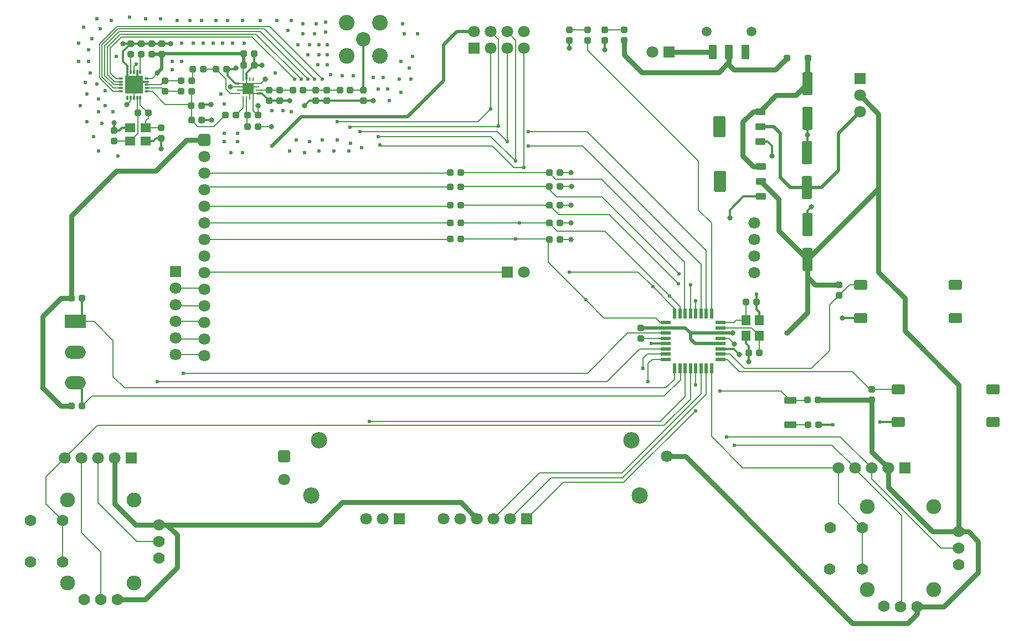
<source format=gtl>
%TF.GenerationSoftware,KiCad,Pcbnew,9.0.6*%
%TF.CreationDate,2026-02-02T09:23:09+01:00*%
%TF.ProjectId,controller,636f6e74-726f-46c6-9c65-722e6b696361,rev?*%
%TF.SameCoordinates,Original*%
%TF.FileFunction,Copper,L1,Top*%
%TF.FilePolarity,Positive*%
%FSLAX46Y46*%
G04 Gerber Fmt 4.6, Leading zero omitted, Abs format (unit mm)*
G04 Created by KiCad (PCBNEW 9.0.6) date 2026-02-02 09:23:09*
%MOMM*%
%LPD*%
G01*
G04 APERTURE LIST*
G04 Aperture macros list*
%AMRoundRect*
0 Rectangle with rounded corners*
0 $1 Rounding radius*
0 $2 $3 $4 $5 $6 $7 $8 $9 X,Y pos of 4 corners*
0 Add a 4 corners polygon primitive as box body*
4,1,4,$2,$3,$4,$5,$6,$7,$8,$9,$2,$3,0*
0 Add four circle primitives for the rounded corners*
1,1,$1+$1,$2,$3*
1,1,$1+$1,$4,$5*
1,1,$1+$1,$6,$7*
1,1,$1+$1,$8,$9*
0 Add four rect primitives between the rounded corners*
20,1,$1+$1,$2,$3,$4,$5,0*
20,1,$1+$1,$4,$5,$6,$7,0*
20,1,$1+$1,$6,$7,$8,$9,0*
20,1,$1+$1,$8,$9,$2,$3,0*%
G04 Aperture macros list end*
%TA.AperFunction,SMDPad,CuDef*%
%ADD10RoundRect,0.240000X-0.560000X1.510000X-0.560000X-1.510000X0.560000X-1.510000X0.560000X1.510000X0*%
%TD*%
%TA.AperFunction,SMDPad,CuDef*%
%ADD11RoundRect,0.142500X-0.332500X-0.357500X0.332500X-0.357500X0.332500X0.357500X-0.332500X0.357500X0*%
%TD*%
%TA.AperFunction,SMDPad,CuDef*%
%ADD12RoundRect,0.142500X0.357500X-0.332500X0.357500X0.332500X-0.357500X0.332500X-0.357500X-0.332500X0*%
%TD*%
%TA.AperFunction,SMDPad,CuDef*%
%ADD13RoundRect,0.142500X-0.357500X0.332500X-0.357500X-0.332500X0.357500X-0.332500X0.357500X0.332500X0*%
%TD*%
%TA.AperFunction,SMDPad,CuDef*%
%ADD14RoundRect,0.142500X0.332500X0.357500X-0.332500X0.357500X-0.332500X-0.357500X0.332500X-0.357500X0*%
%TD*%
%TA.AperFunction,ComponentPad*%
%ADD15R,1.800000X1.800000*%
%TD*%
%TA.AperFunction,ComponentPad*%
%ADD16C,1.800000*%
%TD*%
%TA.AperFunction,SMDPad,CuDef*%
%ADD17RoundRect,0.225000X-0.775000X-0.525000X0.775000X-0.525000X0.775000X0.525000X-0.775000X0.525000X0*%
%TD*%
%TA.AperFunction,ComponentPad*%
%ADD18C,1.778000*%
%TD*%
%TA.AperFunction,ComponentPad*%
%ADD19C,2.286000*%
%TD*%
%TA.AperFunction,SMDPad,CuDef*%
%ADD20RoundRect,0.165000X0.735000X-0.385000X0.735000X0.385000X-0.735000X0.385000X-0.735000X-0.385000X0*%
%TD*%
%TA.AperFunction,SMDPad,CuDef*%
%ADD21RoundRect,0.210000X-0.490000X0.590000X-0.490000X-0.590000X0.490000X-0.590000X0.490000X0.590000X0*%
%TD*%
%TA.AperFunction,SMDPad,CuDef*%
%ADD22RoundRect,0.250000X0.550000X-0.250000X0.550000X0.250000X-0.550000X0.250000X-0.550000X-0.250000X0*%
%TD*%
%TA.AperFunction,SMDPad,CuDef*%
%ADD23RoundRect,0.270000X0.630000X-1.380000X0.630000X1.380000X-0.630000X1.380000X-0.630000X-1.380000X0*%
%TD*%
%TA.AperFunction,ComponentPad*%
%ADD24RoundRect,0.250000X-0.650000X0.650000X-0.650000X-0.650000X0.650000X-0.650000X0.650000X0.650000X0*%
%TD*%
%TA.AperFunction,SMDPad,CuDef*%
%ADD25RoundRect,0.240000X0.560000X-1.510000X0.560000X1.510000X-0.560000X1.510000X-0.560000X-1.510000X0*%
%TD*%
%TA.AperFunction,ComponentPad*%
%ADD26C,2.200000*%
%TD*%
%TA.AperFunction,ComponentPad*%
%ADD27C,2.400000*%
%TD*%
%TA.AperFunction,SMDPad,CuDef*%
%ADD28RoundRect,0.210000X-0.590000X-0.490000X0.590000X-0.490000X0.590000X0.490000X-0.590000X0.490000X0*%
%TD*%
%TA.AperFunction,ComponentPad*%
%ADD29R,3.200000X2.000000*%
%TD*%
%TA.AperFunction,ComponentPad*%
%ADD30O,3.200000X2.000000*%
%TD*%
%TA.AperFunction,SMDPad,CuDef*%
%ADD31O,0.800000X0.300000*%
%TD*%
%TA.AperFunction,SMDPad,CuDef*%
%ADD32O,0.300000X0.800000*%
%TD*%
%TA.AperFunction,SMDPad,CuDef*%
%ADD33R,2.700000X2.700000*%
%TD*%
%TA.AperFunction,SMDPad,CuDef*%
%ADD34O,0.650000X0.250000*%
%TD*%
%TA.AperFunction,SMDPad,CuDef*%
%ADD35O,0.250000X0.650000*%
%TD*%
%TA.AperFunction,SMDPad,CuDef*%
%ADD36R,1.700000X1.700000*%
%TD*%
%TA.AperFunction,SMDPad,CuDef*%
%ADD37RoundRect,0.142500X0.357500X0.332500X-0.357500X0.332500X-0.357500X-0.332500X0.357500X-0.332500X0*%
%TD*%
%TA.AperFunction,ComponentPad*%
%ADD38RoundRect,0.250000X-0.650000X-0.650000X0.650000X-0.650000X0.650000X0.650000X-0.650000X0.650000X0*%
%TD*%
%TA.AperFunction,ComponentPad*%
%ADD39C,2.500000*%
%TD*%
%TA.AperFunction,SMDPad,CuDef*%
%ADD40RoundRect,0.082500X0.692500X0.192500X-0.692500X0.192500X-0.692500X-0.192500X0.692500X-0.192500X0*%
%TD*%
%TA.AperFunction,SMDPad,CuDef*%
%ADD41RoundRect,0.082500X-0.192500X0.692500X-0.192500X-0.692500X0.192500X-0.692500X0.192500X0.692500X0*%
%TD*%
%TA.AperFunction,SMDPad,CuDef*%
%ADD42RoundRect,0.082500X-0.692500X-0.192500X0.692500X-0.192500X0.692500X0.192500X-0.692500X0.192500X0*%
%TD*%
%TA.AperFunction,SMDPad,CuDef*%
%ADD43RoundRect,0.082500X0.192500X-0.692500X0.192500X0.692500X-0.192500X0.692500X-0.192500X-0.692500X0*%
%TD*%
%TA.AperFunction,SMDPad,CuDef*%
%ADD44RoundRect,0.180000X-0.420000X-0.920000X0.420000X-0.920000X0.420000X0.920000X-0.420000X0.920000X0*%
%TD*%
%TA.AperFunction,ComponentPad*%
%ADD45C,1.500000*%
%TD*%
%TA.AperFunction,ViaPad*%
%ADD46C,0.800000*%
%TD*%
%TA.AperFunction,ViaPad*%
%ADD47C,0.600000*%
%TD*%
%TA.AperFunction,Conductor*%
%ADD48C,0.500000*%
%TD*%
%TA.AperFunction,Conductor*%
%ADD49C,0.800000*%
%TD*%
%TA.AperFunction,Conductor*%
%ADD50C,0.200000*%
%TD*%
%TA.AperFunction,Conductor*%
%ADD51C,0.300000*%
%TD*%
G04 APERTURE END LIST*
D10*
%TO.P,C4,1*%
%TO.N,+BATTERY*%
X200400000Y-54925000D03*
%TO.P,C4,2*%
%TO.N,GND*%
X200400000Y-60225000D03*
%TD*%
D11*
%TO.P,C31,1*%
%TO.N,Net-(U7-VDD_PA)*%
X106150000Y-58250000D03*
%TO.P,C31,2*%
%TO.N,GND*%
X107750000Y-58250000D03*
%TD*%
%TO.P,C30,1*%
%TO.N,Net-(U7-VDD_PA)*%
X106200000Y-60500000D03*
%TO.P,C30,2*%
%TO.N,GND*%
X107800000Y-60500000D03*
%TD*%
%TO.P,C35,1*%
%TO.N,+3.3V*%
X114200000Y-52100000D03*
%TO.P,C35,2*%
%TO.N,GND*%
X115800000Y-52100000D03*
%TD*%
D12*
%TO.P,C36,1*%
%TO.N,GND*%
X118093750Y-57500000D03*
%TO.P,C36,2*%
%TO.N,Net-(U8-ANT)*%
X118093750Y-55900000D03*
%TD*%
D13*
%TO.P,C25,1*%
%TO.N,GND*%
X100100000Y-48800000D03*
%TO.P,C25,2*%
%TO.N,+3.3V*%
X100100000Y-50400000D03*
%TD*%
D14*
%TO.P,R11,1*%
%TO.N,GND*%
X162500000Y-68500000D03*
%TO.P,R11,2*%
%TO.N,CS*%
X160900000Y-68500000D03*
%TD*%
D11*
%TO.P,R16,1*%
%TO.N,DTR*%
X200425000Y-103350000D03*
%TO.P,R16,2*%
%TO.N,+5V*%
X202025000Y-103350000D03*
%TD*%
D13*
%TO.P,C26,1*%
%TO.N,GND*%
X101700000Y-48800000D03*
%TO.P,C26,2*%
%TO.N,+3.3V*%
X101700000Y-50400000D03*
%TD*%
D14*
%TO.P,R27,1*%
%TO.N,CE*%
X116400000Y-61500000D03*
%TO.P,R27,2*%
%TO.N,Net-(U8-RXEN)*%
X114800000Y-61500000D03*
%TD*%
D15*
%TO.P,J1,1*%
%TO.N,Net-(J1-Pad1)*%
X179200000Y-50100000D03*
D16*
%TO.P,J1,2*%
%TO.N,GND*%
X176660000Y-50100000D03*
%TD*%
D12*
%TO.P,R20,1*%
%TO.N,Net-(U1-PCINT20{slash}XCK{slash}T0{slash}PD4)*%
X205250000Y-87300000D03*
%TO.P,R20,2*%
%TO.N,+5V*%
X205250000Y-85700000D03*
%TD*%
%TO.P,C27,1*%
%TO.N,Net-(U7-DVDD)*%
X96900000Y-50400000D03*
%TO.P,C27,2*%
%TO.N,GND*%
X96900000Y-48800000D03*
%TD*%
D13*
%TO.P,D1,1,K*%
%TO.N,Net-(D1-K)*%
X172400000Y-46700000D03*
%TO.P,D1,2,A*%
%TO.N,Net-(D1-A)*%
X172400000Y-48300000D03*
%TD*%
D14*
%TO.P,R10,1*%
%TO.N,SCK*%
X147350000Y-78700000D03*
%TO.P,R10,2*%
%TO.N,Net-(U4-SCK)*%
X145750000Y-78700000D03*
%TD*%
D11*
%TO.P,R1,1*%
%TO.N,Net-(U7-XC2)*%
X98000000Y-59400000D03*
%TO.P,R1,2*%
%TO.N,Net-(U7-XC1)*%
X99600000Y-59400000D03*
%TD*%
D12*
%TO.P,C39,1*%
%TO.N,GND*%
X126893750Y-57500000D03*
%TO.P,C39,2*%
%TO.N,Net-(C38-Pad2)*%
X126893750Y-55900000D03*
%TD*%
D14*
%TO.P,R12,1*%
%TO.N,GND*%
X162500000Y-70650000D03*
%TO.P,R12,2*%
%TO.N,RESET*%
X160900000Y-70650000D03*
%TD*%
D17*
%TO.P,SW5,1*%
%TO.N,Net-(U1-PCINT19{slash}OC2B{slash}INT1{slash}PD3)*%
X214250000Y-101750000D03*
%TO.P,SW5,2*%
%TO.N,unconnected-(SW5-Pad2)*%
X228750000Y-101750000D03*
%TO.P,SW5,3*%
%TO.N,GND*%
X214250000Y-106750000D03*
%TO.P,SW5,4*%
%TO.N,unconnected-(SW5-Pad4)*%
X228750000Y-106750000D03*
%TD*%
D13*
%TO.P,L6,1*%
%TO.N,Net-(U7-ANT2)*%
X102200000Y-54500000D03*
%TO.P,L6,2*%
%TO.N,Net-(U7-ANT1)*%
X102200000Y-56100000D03*
%TD*%
D14*
%TO.P,R13,1*%
%TO.N,GND*%
X162500000Y-73500000D03*
%TO.P,R13,2*%
%TO.N,DC*%
X160900000Y-73500000D03*
%TD*%
D15*
%TO.P,J10,1*%
%TO.N,GND*%
X215250000Y-113750000D03*
D16*
%TO.P,J10,2*%
%TO.N,+5V*%
X212710000Y-113750000D03*
%TO.P,J10,3*%
%TO.N,JOY1-X*%
X210170000Y-113750000D03*
%TO.P,J10,4*%
%TO.N,JOY1-Y*%
X207630000Y-113750000D03*
%TO.P,J10,5*%
%TO.N,JOY1-B*%
X205090000Y-113750000D03*
%TD*%
D18*
%TO.P,U9,B1A,SEL-*%
%TO.N,GND*%
X203810000Y-129230000D03*
%TO.P,U9,B1B*%
X203829800Y-122880000D03*
%TO.P,U9,B2A,SEL+*%
%TO.N,JOY1-B*%
X208750000Y-129230000D03*
%TO.P,U9,B2B*%
X208770000Y-122870000D03*
%TO.P,U9,H1,H-*%
%TO.N,GND*%
X223500000Y-128580000D03*
%TO.P,U9,H2,H*%
%TO.N,JOY1-X*%
X223520000Y-126040000D03*
%TO.P,U9,H3,H+*%
%TO.N,+5V*%
X223500000Y-123500000D03*
D19*
%TO.P,U9,S1*%
%TO.N,N/C*%
X209560000Y-132405000D03*
%TO.P,U9,S2*%
X219690000Y-132405000D03*
%TO.P,U9,S3*%
X219704800Y-119705000D03*
%TO.P,U9,S4*%
X209544800Y-119705000D03*
D18*
%TO.P,U9,V1,V-*%
%TO.N,GND*%
X212084800Y-134945000D03*
%TO.P,U9,V2,V*%
%TO.N,JOY1-Y*%
X214610000Y-134960000D03*
%TO.P,U9,V3,V+*%
%TO.N,+5V*%
X217150000Y-134960000D03*
%TD*%
D13*
%TO.P,D2,1,K*%
%TO.N,Net-(D2-K)*%
X166800000Y-46700000D03*
%TO.P,D2,2,A*%
%TO.N,Net-(D2-A)*%
X166800000Y-48300000D03*
%TD*%
D20*
%TO.P,SW1,1*%
%TO.N,Net-(C24-Pad2)*%
X197750000Y-107100000D03*
%TO.P,SW1,2*%
%TO.N,DTR*%
X197750000Y-103400000D03*
%TD*%
D11*
%TO.P,L10,1*%
%TO.N,Net-(C38-Pad2)*%
X128893750Y-55912500D03*
%TO.P,L10,2*%
%TO.N,Net-(J6-ANT)*%
X130493750Y-55912500D03*
%TD*%
D13*
%TO.P,R24,1*%
%TO.N,GND*%
X98500000Y-48800000D03*
%TO.P,R24,2*%
%TO.N,Net-(U7-IREF)*%
X98500000Y-50400000D03*
%TD*%
D14*
%TO.P,C33,1*%
%TO.N,GND*%
X111600000Y-52700000D03*
%TO.P,C33,2*%
%TO.N,Net-(U8-TXRX)*%
X110000000Y-52700000D03*
%TD*%
D21*
%TO.P,Y1,1*%
%TO.N,Net-(U1-PCINT7{slash}XTAL2{slash}TOSC2{slash}PB7)*%
X191000000Y-91100000D03*
%TO.P,Y1,2,GND*%
%TO.N,GND*%
X191000000Y-93500000D03*
%TO.P,Y1,3*%
%TO.N,Net-(U1-PCINT6{slash}XTAL1{slash}TOSC1{slash}PB6)*%
X193000000Y-93500000D03*
%TO.P,Y1,4,GND*%
%TO.N,GND*%
X193000000Y-91100000D03*
%TD*%
D22*
%TO.P,U2,1,GND*%
%TO.N,GND*%
X193300000Y-72200000D03*
%TO.P,U2,2,VOUT*%
%TO.N,+5V*%
X193300000Y-69900000D03*
%TO.P,U2,3,VIN*%
%TO.N,+BATTERY*%
X193300000Y-67600000D03*
D23*
%TO.P,U2,4*%
%TO.N,N/C*%
X187000000Y-69900000D03*
%TD*%
D15*
%TO.P,J9,1*%
%TO.N,GND*%
X97040000Y-112250000D03*
D16*
%TO.P,J9,2*%
%TO.N,+5V*%
X94500000Y-112250000D03*
%TO.P,J9,3*%
%TO.N,Net-(U1-ADC6)*%
X91960000Y-112250000D03*
%TO.P,J9,4*%
%TO.N,Net-(U1-ADC7)*%
X89420000Y-112250000D03*
%TO.P,J9,5*%
%TO.N,Net-(U1-PC5{slash}ADC5{slash}SCL{slash}PCINT13)*%
X86880000Y-112250000D03*
%TD*%
D11*
%TO.P,C32,1*%
%TO.N,Net-(C32-Pad1)*%
X106400000Y-52700000D03*
%TO.P,C32,2*%
%TO.N,Net-(U8-TXRX)*%
X108000000Y-52700000D03*
%TD*%
D24*
%TO.P,U4,1,VCC*%
%TO.N,+5V*%
X108200000Y-63500000D03*
D16*
%TO.P,U4,2,GND*%
%TO.N,GND*%
X108200000Y-66040000D03*
%TO.P,U4,3,~{CS}*%
%TO.N,Net-(U4-~{CS})*%
X108200000Y-68580000D03*
%TO.P,U4,4,RESET*%
%TO.N,Net-(U4-RESET)*%
X108200000Y-71120000D03*
%TO.P,U4,5,D/~{C}*%
%TO.N,Net-(U4-D{slash}~{C})*%
X108200000Y-73660000D03*
%TO.P,U4,6,MOSI*%
%TO.N,Net-(U4-MOSI)*%
X108200000Y-76200000D03*
%TO.P,U4,7,SCK*%
%TO.N,Net-(U4-SCK)*%
X108200000Y-78740000D03*
%TO.P,U4,8,LED*%
%TO.N,+3.3V*%
X108200000Y-81280000D03*
%TO.P,U4,9,MISO*%
%TO.N,Net-(U4-MISO)*%
X108200000Y-83820000D03*
%TO.P,U4,10,T_CLK*%
%TO.N,Net-(U4-T_CLK)*%
X108200000Y-86360000D03*
%TO.P,U4,11,T_CS*%
%TO.N,Net-(U4-T_CS)*%
X108200000Y-88900000D03*
%TO.P,U4,12,T_DIN*%
%TO.N,Net-(U4-T_DIN)*%
X108200000Y-91440000D03*
%TO.P,U4,13,T_DO*%
%TO.N,Net-(U4-T_DO)*%
X108200000Y-93980000D03*
%TO.P,U4,14,T_IRQ*%
%TO.N,Net-(U4-T_IRQ)*%
X108200000Y-96520000D03*
%TO.P,U4,15,SD_CS*%
%TO.N,unconnected-(U4-SD_CS-Pad15)*%
X192300000Y-76200000D03*
%TO.P,U4,16,SD_MOSI*%
%TO.N,unconnected-(U4-SD_MOSI-Pad16)*%
X192300000Y-78740000D03*
%TO.P,U4,17,SD_MISO*%
%TO.N,unconnected-(U4-SD_MISO-Pad17)*%
X192300000Y-81280000D03*
%TO.P,U4,18,SD_SCK*%
%TO.N,unconnected-(U4-SD_SCK-Pad18)*%
X192300000Y-83820000D03*
%TD*%
D11*
%TO.P,L9,1*%
%TO.N,Net-(U8-ANT)*%
X121693750Y-55912500D03*
%TO.P,L9,2*%
%TO.N,Net-(C38-Pad2)*%
X123293750Y-55912500D03*
%TD*%
D15*
%TO.P,J8,1*%
%TO.N,GND*%
X208400000Y-54160000D03*
D16*
%TO.P,J8,2*%
%TO.N,+5V*%
X208400000Y-56700000D03*
%TO.P,J8,3*%
%TO.N,+3.3V*%
X208400000Y-59240000D03*
%TD*%
D14*
%TO.P,R9,1*%
%TO.N,MOSI*%
X147350000Y-76200000D03*
%TO.P,R9,2*%
%TO.N,Net-(U4-MOSI)*%
X145750000Y-76200000D03*
%TD*%
D15*
%TO.P,J4,1*%
%TO.N,Net-(U4-MISO)*%
X154480000Y-83750000D03*
D16*
%TO.P,J4,2*%
%TO.N,MISO*%
X157020000Y-83750000D03*
%TD*%
D17*
%TO.P,SW4,1*%
%TO.N,Net-(U1-PCINT20{slash}XCK{slash}T0{slash}PD4)*%
X208500000Y-85750000D03*
%TO.P,SW4,2*%
%TO.N,unconnected-(SW4-Pad2)*%
X223000000Y-85750000D03*
%TO.P,SW4,3*%
%TO.N,GND*%
X208500000Y-90750000D03*
%TO.P,SW4,4*%
%TO.N,unconnected-(SW4-Pad4)*%
X223000000Y-90750000D03*
%TD*%
D25*
%TO.P,C5,1*%
%TO.N,+5V*%
X200400000Y-81825000D03*
%TO.P,C5,2*%
%TO.N,GND*%
X200400000Y-76525000D03*
%TD*%
D26*
%TO.P,J6,1,ANT*%
%TO.N,Net-(J6-ANT)*%
X132460000Y-48160000D03*
D27*
%TO.P,J6,2*%
%TO.N,GND*%
X129920000Y-45620000D03*
%TO.P,J6,3*%
X129920000Y-50700000D03*
%TO.P,J6,4*%
X135000000Y-50700000D03*
%TO.P,J6,5*%
X135000000Y-45620000D03*
%TD*%
D15*
%TO.P,J11,1*%
%TO.N,MOSI*%
X138000000Y-121500000D03*
D16*
%TO.P,J11,2*%
%TO.N,MISO*%
X135460000Y-121500000D03*
%TO.P,J11,3*%
%TO.N,SCK*%
X132920000Y-121500000D03*
%TD*%
D15*
%TO.P,J2,1*%
%TO.N,DTR*%
X157500000Y-121500000D03*
D16*
%TO.P,J2,2*%
%TO.N,TXD*%
X154960000Y-121500000D03*
%TO.P,J2,3*%
%TO.N,RXD*%
X152420000Y-121500000D03*
%TO.P,J2,4*%
%TO.N,+5V*%
X149880000Y-121500000D03*
%TO.P,J2,5*%
%TO.N,GND*%
X147340000Y-121500000D03*
%TO.P,J2,6*%
X144800000Y-121500000D03*
%TD*%
D14*
%TO.P,R14,1*%
%TO.N,GND*%
X162500000Y-76250000D03*
%TO.P,R14,2*%
%TO.N,MOSI*%
X160900000Y-76250000D03*
%TD*%
D28*
%TO.P,Y3,1*%
%TO.N,Net-(U7-XC2)*%
X96800000Y-63700000D03*
%TO.P,Y3,2,GND*%
%TO.N,GND*%
X99200000Y-63700000D03*
%TO.P,Y3,3*%
%TO.N,Net-(U7-XC1)*%
X99200000Y-61700000D03*
%TO.P,Y3,4,GND*%
%TO.N,GND*%
X96800000Y-61700000D03*
%TD*%
D22*
%TO.P,U3,1,GND*%
%TO.N,GND*%
X193200000Y-63800000D03*
%TO.P,U3,2,VOUT*%
%TO.N,+3.3V*%
X193200000Y-61500000D03*
%TO.P,U3,3,VIN*%
%TO.N,+BATTERY*%
X193200000Y-59200000D03*
D23*
%TO.P,U3,4*%
%TO.N,N/C*%
X186900000Y-61500000D03*
%TD*%
D29*
%TO.P,SW3,1*%
%TO.N,Net-(U1-PC2{slash}ADC2{slash}PCINT10)*%
X88500000Y-91300000D03*
D30*
%TO.P,SW3,2*%
%TO.N,GND*%
X88500000Y-96000000D03*
%TO.P,SW3,3*%
%TO.N,Net-(U1-PC3{slash}ADC3{slash}PCINT11)*%
X88500000Y-100700000D03*
%TD*%
D14*
%TO.P,R6,1*%
%TO.N,CS*%
X147350000Y-68500000D03*
%TO.P,R6,2*%
%TO.N,Net-(U4-~{CS})*%
X145750000Y-68500000D03*
%TD*%
D31*
%TO.P,U7,1,CE*%
%TO.N,CE*%
X95400000Y-54100000D03*
%TO.P,U7,2,CSN*%
%TO.N,CSN*%
X95400000Y-54600000D03*
%TO.P,U7,3,SCK*%
%TO.N,SCK*%
X95400000Y-55100000D03*
%TO.P,U7,4,MOSI*%
%TO.N,MISO*%
X95400000Y-55600000D03*
%TO.P,U7,5,MISO*%
%TO.N,MOSI*%
X95400000Y-56100000D03*
D32*
%TO.P,U7,6,IRQ*%
%TO.N,unconnected-(U7-IRQ-Pad6)*%
X96400000Y-57100000D03*
%TO.P,U7,7,VDD*%
%TO.N,+3.3V*%
X96900000Y-57100000D03*
%TO.P,U7,8,VSS*%
%TO.N,GND*%
X97400000Y-57100000D03*
%TO.P,U7,9,XC2*%
%TO.N,Net-(U7-XC2)*%
X97900000Y-57100000D03*
%TO.P,U7,10,XC1*%
%TO.N,Net-(U7-XC1)*%
X98400000Y-57100000D03*
D31*
%TO.P,U7,11,VDD_PA*%
%TO.N,Net-(U7-VDD_PA)*%
X99400000Y-56100000D03*
%TO.P,U7,12,ANT1*%
%TO.N,Net-(U7-ANT1)*%
X99400000Y-55600000D03*
%TO.P,U7,13,ANT2*%
%TO.N,Net-(U7-ANT2)*%
X99400000Y-55100000D03*
%TO.P,U7,14,VSS*%
%TO.N,GND*%
X99400000Y-54600000D03*
%TO.P,U7,15,VDD*%
%TO.N,+3.3V*%
X99400000Y-54100000D03*
D32*
%TO.P,U7,16,IREF*%
%TO.N,Net-(U7-IREF)*%
X98400000Y-53100000D03*
%TO.P,U7,17,VSS*%
%TO.N,GND*%
X97900000Y-53100000D03*
%TO.P,U7,18,VDD*%
%TO.N,+3.3V*%
X97400000Y-53100000D03*
%TO.P,U7,19,DVDD*%
%TO.N,Net-(U7-DVDD)*%
X96900000Y-53100000D03*
%TO.P,U7,20,VSS*%
%TO.N,GND*%
X96400000Y-53100000D03*
D33*
%TO.P,U7,21*%
X97400000Y-55100000D03*
%TD*%
D12*
%TO.P,R22,1*%
%TO.N,GND*%
X164000000Y-48300000D03*
%TO.P,R22,2*%
%TO.N,Net-(D2-K)*%
X164000000Y-46700000D03*
%TD*%
D34*
%TO.P,U8,1,GND*%
%TO.N,GND*%
X113443750Y-54912500D03*
%TO.P,U8,2,GND*%
X113443750Y-55412500D03*
%TO.P,U8,3,GND*%
X113443750Y-55912500D03*
%TO.P,U8,4,TXRX*%
%TO.N,Net-(U8-TXRX)*%
X113443750Y-56412500D03*
D35*
%TO.P,U8,5,TXEN*%
%TO.N,Net-(U8-TXEN)*%
X114118750Y-57087500D03*
%TO.P,U8,6,RXEN*%
%TO.N,Net-(U8-RXEN)*%
X114618750Y-57087500D03*
%TO.P,U8,7,GND*%
%TO.N,GND*%
X115118750Y-57087500D03*
%TO.P,U8,8,GND*%
X115618750Y-57087500D03*
D34*
%TO.P,U8,9,GND*%
X116293750Y-56412500D03*
%TO.P,U8,10,ANT*%
%TO.N,Net-(U8-ANT)*%
X116293750Y-55912500D03*
%TO.P,U8,11,GND*%
%TO.N,GND*%
X116293750Y-55412500D03*
%TO.P,U8,12,GND*%
X116293750Y-54912500D03*
D35*
%TO.P,U8,13,DNC*%
%TO.N,unconnected-(U8-DNC-Pad13)*%
X115618750Y-54237500D03*
%TO.P,U8,14,VDD*%
%TO.N,unconnected-(U8-VDD-Pad14)*%
X115118750Y-54237500D03*
%TO.P,U8,15,GND*%
%TO.N,GND*%
X114618750Y-54237500D03*
%TO.P,U8,16,VDD*%
%TO.N,+3.3V*%
X114118750Y-54237500D03*
D36*
%TO.P,U8,17,GND*%
%TO.N,GND*%
X114868750Y-55662500D03*
%TD*%
D12*
%TO.P,R17,1*%
%TO.N,GND*%
X169400000Y-48300000D03*
%TO.P,R17,2*%
%TO.N,Net-(D1-K)*%
X169400000Y-46700000D03*
%TD*%
D14*
%TO.P,C2,1*%
%TO.N,GND*%
X192600000Y-88300000D03*
%TO.P,C2,2*%
%TO.N,Net-(U1-PCINT7{slash}XTAL2{slash}TOSC2{slash}PB7)*%
X191000000Y-88300000D03*
%TD*%
D12*
%TO.P,C37,1*%
%TO.N,GND*%
X119681250Y-57500000D03*
%TO.P,C37,2*%
%TO.N,Net-(U8-ANT)*%
X119681250Y-55900000D03*
%TD*%
D37*
%TO.P,D3,1,K*%
%TO.N,+BATTERY*%
X200450000Y-50975000D03*
%TO.P,D3,2,A*%
%TO.N,Net-(D1-A)*%
X197250000Y-50975000D03*
%TD*%
D11*
%TO.P,C34,1*%
%TO.N,+3.3V*%
X114200000Y-50300000D03*
%TO.P,C34,2*%
%TO.N,GND*%
X115800000Y-50300000D03*
%TD*%
D25*
%TO.P,C6,1*%
%TO.N,+3.3V*%
X200300000Y-70775000D03*
%TO.P,C6,2*%
%TO.N,GND*%
X200300000Y-65475000D03*
%TD*%
D18*
%TO.P,U10,B1A,SEL-*%
%TO.N,GND*%
X81560000Y-128150000D03*
%TO.P,U10,B1B*%
X81579800Y-121800000D03*
%TO.P,U10,B2A,SEL+*%
%TO.N,Net-(U1-PC5{slash}ADC5{slash}SCL{slash}PCINT13)*%
X86500000Y-128150000D03*
%TO.P,U10,B2B*%
X86520000Y-121790000D03*
%TO.P,U10,H1,H-*%
%TO.N,GND*%
X101250000Y-127500000D03*
%TO.P,U10,H2,H*%
%TO.N,Net-(U1-ADC6)*%
X101270000Y-124960000D03*
%TO.P,U10,H3,H+*%
%TO.N,+5V*%
X101250000Y-122420000D03*
D19*
%TO.P,U10,S1*%
%TO.N,N/C*%
X87310000Y-131325000D03*
%TO.P,U10,S2*%
X97440000Y-131325000D03*
%TO.P,U10,S3*%
X97454800Y-118625000D03*
%TO.P,U10,S4*%
X87294800Y-118625000D03*
D18*
%TO.P,U10,V1,V-*%
%TO.N,GND*%
X89834800Y-133865000D03*
%TO.P,U10,V2,V*%
%TO.N,Net-(U1-ADC7)*%
X92360000Y-133880000D03*
%TO.P,U10,V3,V+*%
%TO.N,+5V*%
X94900000Y-133880000D03*
%TD*%
D11*
%TO.P,L8,1*%
%TO.N,Net-(U7-ANT2)*%
X104650000Y-54500000D03*
%TO.P,L8,2*%
%TO.N,Net-(C32-Pad1)*%
X106250000Y-54500000D03*
%TD*%
D12*
%TO.P,C29,1*%
%TO.N,GND*%
X101600000Y-63300000D03*
%TO.P,C29,2*%
%TO.N,Net-(U7-XC1)*%
X101600000Y-61700000D03*
%TD*%
D15*
%TO.P,J3,1*%
%TO.N,GND*%
X103750000Y-83650000D03*
D16*
%TO.P,J3,2*%
%TO.N,Net-(U4-T_CLK)*%
X103750000Y-86190000D03*
%TO.P,J3,3*%
%TO.N,Net-(U4-T_CS)*%
X103750000Y-88730000D03*
%TO.P,J3,4*%
%TO.N,Net-(U4-T_DIN)*%
X103750000Y-91270000D03*
%TO.P,J3,5*%
%TO.N,Net-(U4-T_DO)*%
X103750000Y-93810000D03*
%TO.P,J3,6*%
%TO.N,Net-(U4-T_IRQ)*%
X103750000Y-96350000D03*
%TD*%
D14*
%TO.P,R7,1*%
%TO.N,RESET*%
X147350000Y-70750000D03*
%TO.P,R7,2*%
%TO.N,Net-(U4-RESET)*%
X145750000Y-70750000D03*
%TD*%
%TO.P,R15,1*%
%TO.N,GND*%
X162500000Y-78750000D03*
%TO.P,R15,2*%
%TO.N,SCK*%
X160900000Y-78750000D03*
%TD*%
%TO.P,R8,1*%
%TO.N,DC*%
X147350000Y-73500000D03*
%TO.P,R8,2*%
%TO.N,Net-(U4-D{slash}~{C})*%
X145750000Y-73500000D03*
%TD*%
D38*
%TO.P,RV1,1*%
%TO.N,GND*%
X120350000Y-112000000D03*
D16*
%TO.P,RV1,2*%
%TO.N,Net-(U1-PC4{slash}ADC4{slash}SDA{slash}PCINT12)*%
X120350000Y-115500000D03*
%TO.P,RV1,3*%
%TO.N,+5V*%
X178850000Y-112000000D03*
D39*
%TO.P,RV1,4*%
%TO.N,N/C*%
X125700000Y-109500000D03*
%TO.P,RV1,5*%
X173500000Y-109500000D03*
%TO.P,RV1,6*%
X124500000Y-118000000D03*
%TO.P,RV1,7*%
X174700000Y-118000000D03*
%TD*%
D13*
%TO.P,C1,1*%
%TO.N,+5V*%
X174900000Y-92300000D03*
%TO.P,C1,2*%
%TO.N,Net-(U1-AREF)*%
X174900000Y-93900000D03*
%TD*%
D14*
%TO.P,R18,1*%
%TO.N,Net-(U1-PC2{slash}ADC2{slash}PCINT10)*%
X89500000Y-87750000D03*
%TO.P,R18,2*%
%TO.N,+5V*%
X87900000Y-87750000D03*
%TD*%
%TO.P,R19,1*%
%TO.N,Net-(U1-PC3{slash}ADC3{slash}PCINT11)*%
X89500000Y-104250000D03*
%TO.P,R19,2*%
%TO.N,+5V*%
X87900000Y-104250000D03*
%TD*%
D11*
%TO.P,C3,1*%
%TO.N,GND*%
X191400000Y-96100000D03*
%TO.P,C3,2*%
%TO.N,Net-(U1-PCINT6{slash}XTAL1{slash}TOSC1{slash}PB6)*%
X193000000Y-96100000D03*
%TD*%
D13*
%TO.P,C28,1*%
%TO.N,GND*%
X94400000Y-62100000D03*
%TO.P,C28,2*%
%TO.N,Net-(U7-XC2)*%
X94400000Y-63700000D03*
%TD*%
D11*
%TO.P,R26,1*%
%TO.N,Net-(U7-VDD_PA)*%
X111400000Y-59700000D03*
%TO.P,R26,2*%
%TO.N,Net-(U8-TXEN)*%
X113000000Y-59700000D03*
%TD*%
D14*
%TO.P,C24,1*%
%TO.N,GND*%
X202075000Y-107100000D03*
%TO.P,C24,2*%
%TO.N,Net-(C24-Pad2)*%
X200475000Y-107100000D03*
%TD*%
D15*
%TO.P,J7,1*%
%TO.N,GND*%
X149380000Y-49500000D03*
D16*
%TO.P,J7,2*%
%TO.N,CE*%
X151920000Y-49500000D03*
%TO.P,J7,3*%
%TO.N,SCK*%
X154460000Y-49500000D03*
%TO.P,J7,4*%
%TO.N,MISO*%
X157000000Y-49500000D03*
%TO.P,J7,5*%
%TO.N,unconnected-(J7-Pad5)*%
X157000000Y-46960000D03*
%TO.P,J7,6*%
%TO.N,MOSI*%
X154460000Y-46960000D03*
%TO.P,J7,7*%
%TO.N,CSN*%
X151920000Y-46960000D03*
%TO.P,J7,8*%
%TO.N,+3.3V*%
X149380000Y-46960000D03*
%TD*%
D13*
%TO.P,R21,1*%
%TO.N,Net-(U1-PCINT19{slash}OC2B{slash}INT1{slash}PD3)*%
X210250000Y-101700000D03*
%TO.P,R21,2*%
%TO.N,+5V*%
X210250000Y-103300000D03*
%TD*%
D11*
%TO.P,L7,1*%
%TO.N,Net-(U7-ANT1)*%
X104650000Y-56100000D03*
%TO.P,L7,2*%
%TO.N,Net-(U7-VDD_PA)*%
X106250000Y-56100000D03*
%TD*%
D14*
%TO.P,R28,1*%
%TO.N,GND*%
X116400000Y-59700000D03*
%TO.P,R28,2*%
%TO.N,Net-(U8-RXEN)*%
X114800000Y-59700000D03*
%TD*%
D12*
%TO.P,C38,1*%
%TO.N,GND*%
X125200000Y-57500000D03*
%TO.P,C38,2*%
%TO.N,Net-(C38-Pad2)*%
X125200000Y-55900000D03*
%TD*%
D40*
%TO.P,U1,1,PCINT19/OC2B/INT1/PD3*%
%TO.N,Net-(U1-PCINT19{slash}OC2B{slash}INT1{slash}PD3)*%
X187100000Y-97100000D03*
%TO.P,U1,2,PCINT20/XCK/T0/PD4*%
%TO.N,Net-(U1-PCINT20{slash}XCK{slash}T0{slash}PD4)*%
X187100000Y-96300000D03*
%TO.P,U1,3,GND*%
%TO.N,GND*%
X187100000Y-95500000D03*
%TO.P,U1,4,VCC*%
%TO.N,+5V*%
X187100000Y-94700000D03*
%TO.P,U1,5,GND*%
%TO.N,GND*%
X187100000Y-93900000D03*
%TO.P,U1,6,VCC*%
%TO.N,+5V*%
X187100000Y-93100000D03*
%TO.P,U1,7,PCINT6/XTAL1/TOSC1/PB6*%
%TO.N,Net-(U1-PCINT6{slash}XTAL1{slash}TOSC1{slash}PB6)*%
X187100000Y-92300000D03*
%TO.P,U1,8,PCINT7/XTAL2/TOSC2/PB7*%
%TO.N,Net-(U1-PCINT7{slash}XTAL2{slash}TOSC2{slash}PB7)*%
X187100000Y-91500000D03*
D41*
%TO.P,U1,9,PCINT21/OC0B/T1/PD5*%
%TO.N,Net-(D2-A)*%
X185700000Y-90100000D03*
%TO.P,U1,10,PCINT22/OC0A/AIN0/PD6*%
%TO.N,CE*%
X184900000Y-90100000D03*
%TO.P,U1,11,PCINT23/AIN1/PD7*%
%TO.N,CSN*%
X184100000Y-90100000D03*
%TO.P,U1,12,PCINT0/CLKO/ICP1/PB0*%
%TO.N,DC*%
X183300000Y-90100000D03*
%TO.P,U1,13,PCINT1/OC1A/PB1*%
%TO.N,RESET*%
X182500000Y-90100000D03*
%TO.P,U1,14,PCINT2/~{SS}/OC1B/PB2*%
%TO.N,CS*%
X181700000Y-90100000D03*
%TO.P,U1,15,PCINT3/OC2A/MOSI/PB3*%
%TO.N,MOSI*%
X180900000Y-90100000D03*
%TO.P,U1,16,PCINT4/MISO/PB4*%
%TO.N,MISO*%
X180100000Y-90100000D03*
D42*
%TO.P,U1,17,SCK/PCINT5/PB5*%
%TO.N,SCK*%
X178700000Y-91500000D03*
%TO.P,U1,18,AVCC*%
%TO.N,+5V*%
X178700000Y-92300000D03*
%TO.P,U1,19,ADC6*%
%TO.N,Net-(U1-ADC6)*%
X178700000Y-93100000D03*
%TO.P,U1,20,AREF*%
%TO.N,Net-(U1-AREF)*%
X178700000Y-93900000D03*
%TO.P,U1,21,GND*%
%TO.N,GND*%
X178700000Y-94700000D03*
%TO.P,U1,22,ADC7*%
%TO.N,Net-(U1-ADC7)*%
X178700000Y-95500000D03*
%TO.P,U1,23,PC0/ADC0/PCINT8*%
%TO.N,JOY1-X*%
X178700000Y-96300000D03*
%TO.P,U1,24,PC1/ADC1/PCINT9*%
%TO.N,JOY1-Y*%
X178700000Y-97100000D03*
D43*
%TO.P,U1,25,PC2/ADC2/PCINT10*%
%TO.N,Net-(U1-PC2{slash}ADC2{slash}PCINT10)*%
X180100000Y-98500000D03*
%TO.P,U1,26,PC3/ADC3/PCINT11*%
%TO.N,Net-(U1-PC3{slash}ADC3{slash}PCINT11)*%
X180900000Y-98500000D03*
%TO.P,U1,27,PC4/ADC4/SDA/PCINT12*%
%TO.N,Net-(U1-PC4{slash}ADC4{slash}SDA{slash}PCINT12)*%
X181700000Y-98500000D03*
%TO.P,U1,28,PC5/ADC5/SCL/PCINT13*%
%TO.N,Net-(U1-PC5{slash}ADC5{slash}SCL{slash}PCINT13)*%
X182500000Y-98500000D03*
%TO.P,U1,29,PC6/~{RESET}/PCINT14*%
%TO.N,DTR*%
X183300000Y-98500000D03*
%TO.P,U1,30,RXD/PCINT16/PD0*%
%TO.N,RXD*%
X184100000Y-98500000D03*
%TO.P,U1,31,TXD/PCINT17/PD1*%
%TO.N,TXD*%
X184900000Y-98500000D03*
%TO.P,U1,32,INT0/PCINT18/PD2*%
%TO.N,JOY1-B*%
X185700000Y-98500000D03*
%TD*%
D12*
%TO.P,C40,1*%
%TO.N,GND*%
X132493750Y-57500000D03*
%TO.P,C40,2*%
%TO.N,Net-(J6-ANT)*%
X132493750Y-55900000D03*
%TD*%
D44*
%TO.P,SW2,1*%
%TO.N,Net-(J1-Pad1)*%
X185900000Y-50100000D03*
%TO.P,SW2,2*%
%TO.N,Net-(D1-A)*%
X188400000Y-50100000D03*
%TO.P,SW2,3*%
%TO.N,N/C*%
X190900000Y-50100000D03*
D45*
%TO.P,SW2,4*%
X185000000Y-46900000D03*
%TO.P,SW2,5*%
X191800000Y-46900000D03*
%TD*%
D46*
%TO.N,+5V*%
X83500000Y-101500000D03*
X197250000Y-93100000D03*
X188951000Y-93100000D03*
D47*
%TO.N,GND*%
X104750000Y-48750000D03*
X127500000Y-53500000D03*
X93000000Y-56000000D03*
X126750000Y-47000000D03*
X91750000Y-45000000D03*
X94250000Y-59250000D03*
X127000000Y-50500000D03*
D46*
X134000000Y-57500000D03*
X191400000Y-97500000D03*
D47*
X111250000Y-63750000D03*
X140000000Y-50750000D03*
X204275000Y-107100000D03*
X92500000Y-61000000D03*
X125750000Y-50500000D03*
X211500000Y-106750000D03*
D46*
X94400000Y-60900000D03*
X164350000Y-70650000D03*
X116400000Y-58250000D03*
D47*
X97400000Y-55100000D03*
X90500000Y-51500000D03*
X108000000Y-48750000D03*
X122500000Y-49000000D03*
X90000000Y-54750000D03*
D46*
X109250000Y-60500000D03*
D47*
X125250000Y-45750000D03*
X124250000Y-49000000D03*
X122250000Y-63500000D03*
X89000000Y-51500000D03*
X92000000Y-59250000D03*
X110000000Y-45250000D03*
X113250000Y-62500000D03*
D46*
X164250000Y-76250000D03*
D47*
X134750000Y-55750000D03*
X121000000Y-46750000D03*
D46*
X164000000Y-49500000D03*
D47*
X125000000Y-47250000D03*
D46*
X189944315Y-96345786D03*
D47*
X114000000Y-45250000D03*
X106000000Y-45250000D03*
X119000000Y-53250000D03*
X94000000Y-45250000D03*
X92000000Y-65250000D03*
X135500000Y-54000000D03*
X123250000Y-47250000D03*
X103250000Y-51500000D03*
D46*
X188500000Y-75500000D03*
X101600000Y-64900000D03*
X164250000Y-78750000D03*
D47*
X127000000Y-49000000D03*
X112500000Y-48750000D03*
X91750000Y-55000000D03*
X128000000Y-65250000D03*
X90250000Y-60750000D03*
X134000000Y-54000000D03*
X138500000Y-45750000D03*
D46*
X117500000Y-54250000D03*
D47*
X101500000Y-45000000D03*
X94750000Y-50750000D03*
X126250000Y-63500000D03*
X126750000Y-45500000D03*
X128500000Y-63500000D03*
D46*
X109200000Y-58100000D03*
D47*
X140750000Y-47250000D03*
X89250000Y-58250000D03*
X138250000Y-51500000D03*
X121500000Y-59250000D03*
X120250000Y-59000000D03*
X125500000Y-52000000D03*
X92250000Y-46500000D03*
X125750000Y-49000000D03*
X114000000Y-65500000D03*
X132250000Y-64750000D03*
X121500000Y-45250000D03*
D46*
X189250000Y-94750000D03*
D47*
X119250000Y-45250000D03*
X93000000Y-58250000D03*
X127000000Y-52000000D03*
X112250000Y-65500000D03*
D46*
X121250000Y-57500000D03*
D47*
X124250000Y-63750000D03*
X89750000Y-46250000D03*
X96750000Y-44750000D03*
X111750000Y-45250000D03*
X90500000Y-49750000D03*
D46*
X112200000Y-55380025D03*
X200400000Y-62775000D03*
D47*
X104000000Y-45250000D03*
X116750000Y-45250000D03*
D46*
X201000000Y-73750000D03*
X169400000Y-49700000D03*
D47*
X121250000Y-65250000D03*
X130500000Y-64000000D03*
X124000000Y-50500000D03*
X95000000Y-66000000D03*
X176550000Y-94700000D03*
D46*
X195000000Y-66000000D03*
X117000000Y-52100000D03*
D47*
X111000000Y-48750000D03*
D46*
X164250000Y-68500000D03*
D47*
X139500000Y-52500000D03*
X138000000Y-54250000D03*
X91250000Y-63000000D03*
X89000000Y-48750000D03*
X109500000Y-48750000D03*
X138750000Y-47250000D03*
D46*
X95750000Y-48800000D03*
D47*
X90250000Y-56500000D03*
X114868750Y-55662500D03*
X111250000Y-62500000D03*
X192600000Y-87150000D03*
X136250000Y-55750000D03*
X110750000Y-56500000D03*
X118500000Y-59000000D03*
D46*
X123500000Y-58250000D03*
X205750000Y-90750000D03*
D47*
X106500000Y-48750000D03*
X103250000Y-52750000D03*
X123250000Y-45750000D03*
X138250000Y-56250000D03*
X107750000Y-45250000D03*
X129250000Y-53750000D03*
X91000000Y-48000000D03*
X123500000Y-65500000D03*
X125750000Y-65250000D03*
X111250000Y-58000000D03*
X92000000Y-57250000D03*
X131000000Y-53750000D03*
D46*
X103000000Y-48800000D03*
X164250000Y-73500000D03*
X113000000Y-52500000D03*
D47*
X130250000Y-65250000D03*
X113250000Y-63750000D03*
X139750000Y-54250000D03*
X90750000Y-53250000D03*
X104750000Y-51500000D03*
X114250000Y-48750000D03*
X99250000Y-45000000D03*
X136500000Y-57500000D03*
%TO.N,+3.3V*%
X97750000Y-51900000D03*
D46*
X96300000Y-58100000D03*
X101000000Y-53300000D03*
D47*
X118500000Y-64500000D03*
%TO.N,DTR*%
X183300000Y-105000000D03*
X187000000Y-102000000D03*
X183300000Y-101000000D03*
%TO.N,MISO*%
X125000000Y-54250000D03*
X135000000Y-64250000D03*
X164000000Y-83750000D03*
X176750000Y-86000000D03*
X157000000Y-67750000D03*
%TO.N,SCK*%
X154500000Y-63750000D03*
X124000000Y-54250000D03*
X132000000Y-62250000D03*
X166500000Y-88000000D03*
X155750000Y-78700000D03*
%TO.N,MOSI*%
X155750000Y-66750000D03*
X134750000Y-63000000D03*
X179325000Y-87425000D03*
X156400000Y-76200000D03*
X126250000Y-54250000D03*
%TO.N,CE*%
X152000000Y-58750000D03*
X157750000Y-62250000D03*
X122000000Y-54250000D03*
D46*
X118400000Y-61500000D03*
D47*
X128500000Y-60750000D03*
%TO.N,CSN*%
X153121000Y-61379000D03*
X130450735Y-61549265D03*
X123000000Y-54250000D03*
X157750000Y-64500000D03*
%TO.N,RESET*%
X182500000Y-85700000D03*
X180750000Y-84000000D03*
%TO.N,DC*%
X180675000Y-85575000D03*
X183300000Y-88200000D03*
%TO.N,JOY1-X*%
X175250000Y-98500000D03*
X188000000Y-109000000D03*
%TO.N,Net-(U1-PC4{slash}ADC4{slash}SDA{slash}PCINT12)*%
X133375000Y-106625000D03*
%TO.N,JOY1-Y*%
X189250000Y-110250000D03*
X176000000Y-100500000D03*
%TO.N,Net-(U1-ADC6)*%
X105000000Y-99250000D03*
%TO.N,Net-(U1-ADC7)*%
X101000000Y-100500000D03*
%TD*%
D48*
%TO.N,+5V*%
X182500000Y-93100000D02*
X187100000Y-93100000D01*
D49*
X149880000Y-121500000D02*
X147380000Y-119000000D01*
X102420000Y-122420000D02*
X104000000Y-124000000D01*
X211250000Y-70975000D02*
X211250000Y-59550000D01*
X178850000Y-112000000D02*
X181750000Y-112000000D01*
D50*
X200400000Y-81825000D02*
X200400000Y-84500000D01*
D49*
X211250000Y-83750000D02*
X211250000Y-70975000D01*
X226500000Y-129750000D02*
X226500000Y-125000000D01*
X215250000Y-87750000D02*
X211250000Y-83750000D01*
D48*
X182500000Y-94000000D02*
X182500000Y-93100000D01*
D49*
X94750000Y-68250000D02*
X100750000Y-68250000D01*
X87900000Y-104250000D02*
X86250000Y-104250000D01*
X223500000Y-123500000D02*
X219500000Y-123500000D01*
X226500000Y-125000000D02*
X225000000Y-123500000D01*
D50*
X217150000Y-134960000D02*
X217190000Y-135000000D01*
D49*
X223500000Y-123500000D02*
X223500000Y-101000000D01*
X215750000Y-137500000D02*
X217150000Y-136100000D01*
X217150000Y-136100000D02*
X217150000Y-134960000D01*
X207250000Y-137500000D02*
X215750000Y-137500000D01*
D48*
X187100000Y-94700000D02*
X183200000Y-94700000D01*
D49*
X83500000Y-90500000D02*
X86250000Y-87750000D01*
X211250000Y-59550000D02*
X208400000Y-56700000D01*
X219500000Y-123500000D02*
X212710000Y-116710000D01*
X200400000Y-89950000D02*
X200400000Y-81825000D01*
X200400000Y-81825000D02*
X196000000Y-77425000D01*
X225000000Y-123500000D02*
X223500000Y-123500000D01*
D48*
X183200000Y-94700000D02*
X182500000Y-94000000D01*
D49*
X87900000Y-87750000D02*
X87900000Y-75100000D01*
X86250000Y-104250000D02*
X83500000Y-101500000D01*
X215250000Y-92750000D02*
X215250000Y-87750000D01*
X104000000Y-124000000D02*
X104000000Y-129000000D01*
X197250000Y-93100000D02*
X200400000Y-89950000D01*
X104000000Y-129000000D02*
X99120000Y-133880000D01*
D48*
X187100000Y-93100000D02*
X188951000Y-93100000D01*
X174900000Y-92300000D02*
X178700000Y-92300000D01*
D49*
X125830000Y-122420000D02*
X101250000Y-122420000D01*
D48*
X181700000Y-92300000D02*
X182500000Y-93100000D01*
D49*
X129250000Y-119000000D02*
X125830000Y-122420000D01*
X200400000Y-84500000D02*
X201600000Y-85700000D01*
X210250000Y-111290000D02*
X210250000Y-103550000D01*
D48*
X178700000Y-92300000D02*
X181700000Y-92300000D01*
D49*
X86250000Y-87750000D02*
X87900000Y-87750000D01*
X202550000Y-103300000D02*
X210250000Y-103300000D01*
X87900000Y-75100000D02*
X94750000Y-68250000D01*
X223500000Y-101000000D02*
X215250000Y-92750000D01*
X97670000Y-122420000D02*
X101250000Y-122420000D01*
X212710000Y-113750000D02*
X210250000Y-111290000D01*
X221250000Y-135000000D02*
X226500000Y-129750000D01*
X99120000Y-133880000D02*
X94900000Y-133880000D01*
X105500000Y-63500000D02*
X108200000Y-63500000D01*
X147380000Y-119000000D02*
X129250000Y-119000000D01*
X100750000Y-68250000D02*
X105500000Y-63500000D01*
X181750000Y-112000000D02*
X207250000Y-137500000D01*
X94500000Y-112250000D02*
X94500000Y-119250000D01*
X196000000Y-72600000D02*
X193300000Y-69900000D01*
X83500000Y-101500000D02*
X83500000Y-90500000D01*
X196000000Y-77425000D02*
X196000000Y-72600000D01*
X200400000Y-81825000D02*
X211250000Y-70975000D01*
X94500000Y-119250000D02*
X97670000Y-122420000D01*
X212710000Y-116710000D02*
X212710000Y-113750000D01*
D50*
X202025000Y-103350000D02*
X202275000Y-103350000D01*
D49*
X217190000Y-135000000D02*
X221250000Y-135000000D01*
X201600000Y-85700000D02*
X205250000Y-85700000D01*
D50*
%TO.N,Net-(U1-AREF)*%
X178700000Y-93900000D02*
X174900000Y-93900000D01*
%TO.N,GND*%
X132493750Y-57500000D02*
X132500000Y-57500000D01*
D51*
X95750000Y-49950000D02*
X96900000Y-48800000D01*
D50*
X116400000Y-59700000D02*
X116400000Y-58250000D01*
D51*
X119681250Y-57500000D02*
X118093750Y-57500000D01*
X96400000Y-53100000D02*
X96400000Y-54100000D01*
X115800000Y-50300000D02*
X115800000Y-52100000D01*
D50*
X188400000Y-93900000D02*
X189250000Y-94750000D01*
D51*
X125200000Y-57500000D02*
X124250000Y-57500000D01*
X192600000Y-87150000D02*
X192600000Y-88300000D01*
X114618750Y-53281250D02*
X115800000Y-52100000D01*
D50*
X115600000Y-59006250D02*
X115600000Y-57106250D01*
X115118750Y-55412500D02*
X114868750Y-55662500D01*
X112200000Y-55380025D02*
X112232475Y-55412500D01*
D51*
X95750000Y-51500000D02*
X95750000Y-49950000D01*
X193000000Y-91100000D02*
X193000000Y-89900000D01*
D50*
X117000000Y-52100000D02*
X117200000Y-52100000D01*
X113443750Y-54912500D02*
X114118750Y-54912500D01*
X200400000Y-65375000D02*
X200300000Y-65475000D01*
X115618750Y-56412500D02*
X114868750Y-55662500D01*
D51*
X97900000Y-53100000D02*
X97900000Y-54600000D01*
X101600000Y-63300000D02*
X101600000Y-64900000D01*
X188500000Y-75500000D02*
X188500000Y-74250000D01*
D50*
X96400000Y-54100000D02*
X96700000Y-54400000D01*
X112232475Y-55412500D02*
X113443750Y-55412500D01*
D51*
X188500000Y-74250000D02*
X190550000Y-72200000D01*
D50*
X162500000Y-78750000D02*
X164250000Y-78750000D01*
D51*
X125200000Y-57500000D02*
X126893750Y-57500000D01*
D50*
X115600000Y-57106250D02*
X115618750Y-57087500D01*
X162500000Y-76250000D02*
X164250000Y-76250000D01*
X97400000Y-57100000D02*
X97400000Y-55100000D01*
D51*
X191000000Y-94700000D02*
X191400000Y-95100000D01*
X112900000Y-52500000D02*
X112700000Y-52700000D01*
X200400000Y-60225000D02*
X200400000Y-62775000D01*
D50*
X116837500Y-54912500D02*
X117500000Y-54250000D01*
X113443750Y-55412500D02*
X114618750Y-55412500D01*
D51*
X113000000Y-52500000D02*
X112900000Y-52500000D01*
D50*
X114493750Y-55912500D02*
X114618750Y-55912500D01*
D51*
X195000000Y-64500000D02*
X194300000Y-63800000D01*
D50*
X116293750Y-56412500D02*
X115618750Y-56412500D01*
D51*
X169400000Y-48300000D02*
X169400000Y-49700000D01*
X94400000Y-60900000D02*
X94400000Y-62100000D01*
X200400000Y-76525000D02*
X200400000Y-74350000D01*
X191000000Y-93500000D02*
X191000000Y-94700000D01*
D50*
X115118750Y-55912500D02*
X114868750Y-55662500D01*
D51*
X101700000Y-48800000D02*
X103000000Y-48800000D01*
X94400000Y-62100000D02*
X95200000Y-62100000D01*
D50*
X116293750Y-54912500D02*
X115618750Y-54912500D01*
D51*
X164000000Y-48300000D02*
X164000000Y-49500000D01*
X97900000Y-54600000D02*
X99400000Y-54600000D01*
X116293750Y-56412500D02*
X117006250Y-56412500D01*
X191400000Y-95100000D02*
X191400000Y-96100000D01*
X192600000Y-89500000D02*
X192600000Y-88300000D01*
X96400000Y-52150000D02*
X95750000Y-51500000D01*
X100800000Y-63300000D02*
X100400000Y-63700000D01*
D50*
X114500000Y-55293750D02*
X114868750Y-55662500D01*
D51*
X112700000Y-52700000D02*
X111600000Y-52700000D01*
X111750000Y-52850000D02*
X111600000Y-52700000D01*
X132493750Y-57500000D02*
X126893750Y-57500000D01*
X124250000Y-57500000D02*
X123500000Y-58250000D01*
D50*
X96900000Y-48800000D02*
X96900000Y-48400000D01*
X113443750Y-55912500D02*
X114493750Y-55912500D01*
X115162500Y-55368750D02*
X114868750Y-55662500D01*
X116293750Y-54912500D02*
X116837500Y-54912500D01*
D51*
X132500000Y-57500000D02*
X134000000Y-57500000D01*
D50*
X114118750Y-54912500D02*
X114500000Y-55293750D01*
D51*
X113443750Y-54912500D02*
X112912500Y-54912500D01*
X193000000Y-89900000D02*
X192600000Y-89500000D01*
D50*
X114618750Y-55912500D02*
X114868750Y-55662500D01*
D51*
X101600000Y-63300000D02*
X100800000Y-63300000D01*
X190550000Y-72200000D02*
X193300000Y-72200000D01*
X121250000Y-57500000D02*
X119681250Y-57500000D01*
D50*
X112232475Y-55412500D02*
X112412500Y-55412500D01*
D51*
X195000000Y-66000000D02*
X195000000Y-64500000D01*
D50*
X116293750Y-59700000D02*
X115600000Y-59006250D01*
X115618750Y-54912500D02*
X115162500Y-55368750D01*
D51*
X98500000Y-48800000D02*
X100100000Y-48800000D01*
D50*
X114618750Y-55412500D02*
X114868750Y-55662500D01*
D51*
X189098530Y-95500000D02*
X187100000Y-95500000D01*
X211500000Y-106750000D02*
X214250000Y-106750000D01*
D50*
X207950000Y-91300000D02*
X208500000Y-90750000D01*
D51*
X107800000Y-60500000D02*
X109250000Y-60500000D01*
X117006250Y-56412500D02*
X118093750Y-57500000D01*
X96400000Y-53100000D02*
X96400000Y-52150000D01*
X194300000Y-63800000D02*
X193200000Y-63800000D01*
X200400000Y-74350000D02*
X201000000Y-73750000D01*
X178700000Y-94700000D02*
X176550000Y-94700000D01*
X98500000Y-48800000D02*
X96900000Y-48800000D01*
X189944315Y-96345786D02*
X189098530Y-95500000D01*
X202075000Y-107100000D02*
X204275000Y-107100000D01*
D50*
X115118750Y-57087500D02*
X115118750Y-55912500D01*
D51*
X95200000Y-62100000D02*
X95600000Y-61700000D01*
D50*
X114618750Y-54237500D02*
X114618750Y-55412500D01*
D51*
X208500000Y-90750000D02*
X205750000Y-90750000D01*
D50*
X115618750Y-57087500D02*
X115618750Y-56412500D01*
D51*
X115800000Y-52100000D02*
X117000000Y-52100000D01*
D50*
X162500000Y-73500000D02*
X164250000Y-73500000D01*
D51*
X191400000Y-96100000D02*
X191400000Y-97500000D01*
D50*
X187100000Y-93900000D02*
X188400000Y-93900000D01*
D51*
X100400000Y-63700000D02*
X99200000Y-63700000D01*
D50*
X162500000Y-70650000D02*
X164350000Y-70650000D01*
D51*
X101700000Y-48800000D02*
X100100000Y-48800000D01*
X114618750Y-54237500D02*
X114618750Y-53281250D01*
X107800000Y-58100000D02*
X109200000Y-58100000D01*
X200400000Y-62775000D02*
X200400000Y-65375000D01*
D50*
X116293750Y-55412500D02*
X115118750Y-55412500D01*
D51*
X95600000Y-61700000D02*
X96800000Y-61700000D01*
X96900000Y-48800000D02*
X95750000Y-48800000D01*
X112912500Y-54912500D02*
X111750000Y-53750000D01*
D50*
X162500000Y-68500000D02*
X164250000Y-68500000D01*
D51*
X111750000Y-53750000D02*
X111750000Y-52850000D01*
D50*
%TO.N,Net-(U1-PCINT7{slash}XTAL2{slash}TOSC2{slash}PB7)*%
X191000000Y-91100000D02*
X191000000Y-88300000D01*
X189100000Y-91500000D02*
X187100000Y-91500000D01*
X191000000Y-91100000D02*
X189500000Y-91100000D01*
X189500000Y-91100000D02*
X189100000Y-91500000D01*
%TO.N,Net-(U1-PCINT6{slash}XTAL1{slash}TOSC1{slash}PB6)*%
X187100000Y-92300000D02*
X191800000Y-92300000D01*
X191800000Y-92300000D02*
X193000000Y-93500000D01*
X193000000Y-96100000D02*
X193000000Y-93500000D01*
D49*
%TO.N,+BATTERY*%
X190500000Y-60750000D02*
X192050000Y-59200000D01*
X192100000Y-67600000D02*
X190500000Y-66000000D01*
X193300000Y-67600000D02*
X192100000Y-67600000D01*
X192050000Y-59200000D02*
X193200000Y-59200000D01*
X190500000Y-66000000D02*
X190500000Y-60750000D01*
X198625000Y-56700000D02*
X200400000Y-54925000D01*
X200400000Y-51425000D02*
X200400000Y-54925000D01*
X195600000Y-56700000D02*
X198625000Y-56700000D01*
D50*
X200650000Y-50975000D02*
X200650000Y-51175000D01*
X193200000Y-59200000D02*
X193200000Y-59100000D01*
D49*
X193200000Y-59100000D02*
X195600000Y-56700000D01*
D50*
X200650000Y-51175000D02*
X200400000Y-51425000D01*
D48*
%TO.N,+3.3V*%
X101700000Y-52600000D02*
X101700000Y-50400000D01*
D50*
X99400000Y-54100000D02*
X100200000Y-54100000D01*
D48*
X146790000Y-46960000D02*
X149380000Y-46960000D01*
D50*
X114118750Y-53250000D02*
X114118750Y-52581250D01*
D48*
X193200000Y-61500000D02*
X195250000Y-61500000D01*
X197775000Y-70775000D02*
X200300000Y-70775000D01*
X195250000Y-61500000D02*
X196250000Y-62500000D01*
D50*
X113824000Y-49924000D02*
X114200000Y-50300000D01*
D48*
X202525000Y-70775000D02*
X205100000Y-68200000D01*
X144750000Y-49000000D02*
X146790000Y-46960000D01*
X196250000Y-69250000D02*
X197775000Y-70775000D01*
D50*
X114118750Y-54237500D02*
X114118750Y-53250000D01*
X96300000Y-58100000D02*
X96900000Y-57500000D01*
D48*
X114200000Y-50300000D02*
X114200000Y-52100000D01*
X144750000Y-54500000D02*
X144750000Y-49000000D01*
D50*
X97400000Y-52250000D02*
X97750000Y-51900000D01*
D48*
X205100000Y-62540000D02*
X208400000Y-59240000D01*
X205100000Y-68200000D02*
X205100000Y-62540000D01*
X101776000Y-50324000D02*
X113824000Y-50324000D01*
X123000000Y-60000000D02*
X139250000Y-60000000D01*
D50*
X100200000Y-54100000D02*
X101000000Y-53300000D01*
D48*
X101700000Y-50400000D02*
X100100000Y-50400000D01*
X196250000Y-62500000D02*
X196250000Y-69250000D01*
X200300000Y-70775000D02*
X202525000Y-70775000D01*
X101700000Y-52600000D02*
X101000000Y-53300000D01*
X139250000Y-60000000D02*
X144750000Y-54500000D01*
D50*
X114118750Y-52181250D02*
X114200000Y-52100000D01*
X97400000Y-53100000D02*
X97400000Y-52250000D01*
X96900000Y-57500000D02*
X96900000Y-57100000D01*
X101700000Y-50400000D02*
X101776000Y-50324000D01*
D48*
X118500000Y-64500000D02*
X123000000Y-60000000D01*
D50*
%TO.N,Net-(C24-Pad2)*%
X197750000Y-107100000D02*
X200675000Y-107100000D01*
%TO.N,Net-(U7-DVDD)*%
X97000000Y-50500000D02*
X96900000Y-50400000D01*
X96900000Y-53100000D02*
X96900000Y-50400000D01*
%TO.N,Net-(U7-XC2)*%
X97900000Y-59300000D02*
X98000000Y-59400000D01*
X97900000Y-57100000D02*
X97900000Y-59300000D01*
X98000000Y-62500000D02*
X98000000Y-59400000D01*
X94400000Y-63700000D02*
X96800000Y-63700000D01*
X98000000Y-62500000D02*
X96800000Y-63700000D01*
%TO.N,Net-(U7-XC1)*%
X98400000Y-58200000D02*
X99600000Y-59400000D01*
X99600000Y-59400000D02*
X99600000Y-60200000D01*
X99600000Y-60200000D02*
X99200000Y-60600000D01*
X99200000Y-61700000D02*
X101600000Y-61700000D01*
X99200000Y-60600000D02*
X99200000Y-61700000D01*
X98400000Y-57100000D02*
X98400000Y-58200000D01*
%TO.N,Net-(U7-VDD_PA)*%
X109600000Y-61500000D02*
X111400000Y-59700000D01*
X106200000Y-60500000D02*
X107200000Y-61500000D01*
X106200000Y-58100000D02*
X106200000Y-56100000D01*
X102200000Y-58100000D02*
X106200000Y-58100000D01*
X107200000Y-61500000D02*
X109600000Y-61500000D01*
X106200000Y-60500000D02*
X106200000Y-58100000D01*
X100200000Y-56100000D02*
X102200000Y-58100000D01*
X99400000Y-56100000D02*
X100200000Y-56100000D01*
%TO.N,Net-(C32-Pad1)*%
X106418750Y-54500000D02*
X106418750Y-52812500D01*
%TO.N,Net-(U8-TXRX)*%
X110000000Y-52700000D02*
X110000000Y-53067100D01*
X111500000Y-54200000D02*
X110000000Y-52700000D01*
X112162500Y-56412500D02*
X111500000Y-55750000D01*
X108000000Y-52700000D02*
X110000000Y-52700000D01*
X113443750Y-56412500D02*
X112162500Y-56412500D01*
X111500000Y-55750000D02*
X111500000Y-54200000D01*
%TO.N,Net-(U8-ANT)*%
X118093750Y-55900000D02*
X116306250Y-55900000D01*
X118093750Y-55887500D02*
X119681250Y-55887500D01*
X116306250Y-55900000D02*
X116293750Y-55912500D01*
X119681250Y-55887500D02*
X119693750Y-55900000D01*
X121693750Y-55912500D02*
X120093750Y-55912500D01*
%TO.N,Net-(C38-Pad2)*%
X125293750Y-55912500D02*
X123693750Y-55912500D01*
X128893750Y-55912500D02*
X127293750Y-55912500D01*
X125293750Y-55912500D02*
X126893750Y-55912500D01*
%TO.N,Net-(J6-ANT)*%
X132460000Y-55866250D02*
X132493750Y-55900000D01*
X130893750Y-55912500D02*
X132493750Y-55912500D01*
D51*
X132460000Y-48160000D02*
X132460000Y-55866250D01*
D49*
%TO.N,Net-(D1-A)*%
X188400000Y-50100000D02*
X188400000Y-51600000D01*
X189150000Y-52750000D02*
X195475000Y-52750000D01*
X188400000Y-51600000D02*
X186800000Y-53200000D01*
X175100000Y-53200000D02*
X172400000Y-50500000D01*
X195475000Y-52750000D02*
X197250000Y-50975000D01*
X186800000Y-53200000D02*
X175100000Y-53200000D01*
X172400000Y-50500000D02*
X172400000Y-48300000D01*
X188400000Y-52000000D02*
X189150000Y-52750000D01*
X188400000Y-50100000D02*
X188400000Y-52000000D01*
D50*
%TO.N,Net-(D1-K)*%
X172400000Y-46700000D02*
X169400000Y-46700000D01*
%TO.N,Net-(D2-A)*%
X183750000Y-66750000D02*
X166800000Y-49800000D01*
X183750000Y-74250000D02*
X183750000Y-66750000D01*
X185700000Y-76200000D02*
X183750000Y-74250000D01*
X166800000Y-49800000D02*
X166800000Y-48300000D01*
X185700000Y-90100000D02*
X185700000Y-76200000D01*
%TO.N,Net-(D2-K)*%
X166800000Y-46700000D02*
X164000000Y-46700000D01*
D49*
%TO.N,Net-(J1-Pad1)*%
X185900000Y-50100000D02*
X179200000Y-50100000D01*
D50*
%TO.N,TXD*%
X154960000Y-121500000D02*
X161210000Y-115250000D01*
X161210000Y-115250000D02*
X172125000Y-115250000D01*
X184900000Y-102475000D02*
X184900000Y-98500000D01*
X172125000Y-115250000D02*
X184900000Y-102475000D01*
%TO.N,DTR*%
X183300000Y-98500000D02*
X183300000Y-101000000D01*
X197750000Y-103400000D02*
X196350000Y-102000000D01*
X200425000Y-103400000D02*
X200475000Y-103350000D01*
X183300000Y-105000000D02*
X183250000Y-105000000D01*
X183250000Y-105000000D02*
X172301000Y-115949000D01*
X196350000Y-102000000D02*
X187000000Y-102000000D01*
X183300000Y-105000000D02*
X183250000Y-105050000D01*
X163051000Y-115949000D02*
X157500000Y-121500000D01*
X172301000Y-115949000D02*
X163051000Y-115949000D01*
X197750000Y-103400000D02*
X200425000Y-103400000D01*
%TO.N,RXD*%
X172000000Y-114500000D02*
X159420000Y-114500000D01*
X184100000Y-102400000D02*
X172000000Y-114500000D01*
X184100000Y-98500000D02*
X184100000Y-102400000D01*
X159420000Y-114500000D02*
X152420000Y-121500000D01*
%TO.N,Net-(U4-T_IRQ)*%
X103750000Y-96350000D02*
X108030000Y-96350000D01*
X107660000Y-96380000D02*
X107700000Y-96420000D01*
X108030000Y-96350000D02*
X108200000Y-96520000D01*
%TO.N,Net-(U4-T_CS)*%
X103920000Y-88900000D02*
X103750000Y-88730000D01*
X108200000Y-88900000D02*
X103920000Y-88900000D01*
%TO.N,Net-(U4-T_DIN)*%
X103750000Y-91270000D02*
X108030000Y-91270000D01*
X107660000Y-91300000D02*
X107700000Y-91340000D01*
X108030000Y-91270000D02*
X108200000Y-91440000D01*
%TO.N,Net-(U4-T_CLK)*%
X108030000Y-86190000D02*
X108200000Y-86360000D01*
X103750000Y-86190000D02*
X108030000Y-86190000D01*
%TO.N,Net-(U4-T_DO)*%
X103920000Y-93980000D02*
X103750000Y-93810000D01*
X108200000Y-93980000D02*
X103920000Y-93980000D01*
%TO.N,MISO*%
X92547000Y-49001700D02*
X95001700Y-46547000D01*
X95001700Y-46547000D02*
X98000000Y-46547000D01*
X95400000Y-55600000D02*
X94298700Y-55600000D01*
X115000000Y-46547000D02*
X117297000Y-46547000D01*
X152250000Y-64500000D02*
X135250000Y-64500000D01*
X176750000Y-86000000D02*
X174500000Y-83750000D01*
X135250000Y-64500000D02*
X135000000Y-64250000D01*
X98000000Y-46547000D02*
X115000000Y-46547000D01*
X180100000Y-89350000D02*
X180100000Y-90100000D01*
X117297000Y-46547000D02*
X125000000Y-54250000D01*
X157000000Y-67750000D02*
X157000000Y-49500000D01*
X157000000Y-67750000D02*
X155500000Y-67750000D01*
X155500000Y-67750000D02*
X152250000Y-64500000D01*
X174500000Y-83750000D02*
X164000000Y-83750000D01*
X92547000Y-53848300D02*
X92547000Y-49001700D01*
X94298700Y-55600000D02*
X92547000Y-53848300D01*
X176750000Y-86000000D02*
X180100000Y-89350000D01*
%TO.N,Net-(U4-MISO)*%
X154480000Y-83750000D02*
X108270000Y-83750000D01*
X108270000Y-83750000D02*
X108200000Y-83820000D01*
%TO.N,SCK*%
X160750000Y-82250000D02*
X160750000Y-78900000D01*
X94365800Y-55100000D02*
X92948000Y-53682200D01*
X115250000Y-46948000D02*
X116698000Y-46948000D01*
X92948000Y-53682200D02*
X92948000Y-49167800D01*
X116698000Y-46948000D02*
X124000000Y-54250000D01*
X95351000Y-55149000D02*
X95400000Y-55100000D01*
X154500000Y-49540000D02*
X154460000Y-49500000D01*
X154500000Y-63750000D02*
X154500000Y-49540000D01*
X147350000Y-78700000D02*
X155750000Y-78700000D01*
X155750000Y-78700000D02*
X160450000Y-78700000D01*
X169250000Y-90750000D02*
X177150000Y-90750000D01*
X153000000Y-62250000D02*
X154500000Y-63750000D01*
X95167800Y-46948000D02*
X100250000Y-46948000D01*
X95400000Y-55100000D02*
X94365800Y-55100000D01*
X177150000Y-90750000D02*
X177900000Y-91500000D01*
X132000000Y-62250000D02*
X153000000Y-62250000D01*
X92948000Y-49167800D02*
X95167800Y-46948000D01*
X166500000Y-88000000D02*
X160750000Y-82250000D01*
X166500000Y-88000000D02*
X169250000Y-90750000D01*
X160750000Y-78900000D02*
X160900000Y-78750000D01*
X177900000Y-91500000D02*
X178700000Y-91500000D01*
X100250000Y-46948000D02*
X115250000Y-46948000D01*
%TO.N,MOSI*%
X118146000Y-46146000D02*
X126250000Y-54250000D01*
X155799000Y-66701000D02*
X155799000Y-48299000D01*
X155799000Y-48299000D02*
X154460000Y-46960000D01*
X92146000Y-54014400D02*
X92146000Y-53500000D01*
X101750000Y-46146000D02*
X116396000Y-46146000D01*
X180900000Y-89000000D02*
X180900000Y-90100000D01*
X147350000Y-76200000D02*
X156400000Y-76200000D01*
X179325000Y-87425000D02*
X180900000Y-89000000D01*
X155750000Y-66750000D02*
X155799000Y-66701000D01*
X92146000Y-48835600D02*
X94835600Y-46146000D01*
X152000000Y-63000000D02*
X134750000Y-63000000D01*
X95400000Y-56100000D02*
X94231600Y-56100000D01*
X155750000Y-66750000D02*
X152000000Y-63000000D01*
X94231600Y-56100000D02*
X92146000Y-54014400D01*
X169400000Y-77500000D02*
X162150000Y-77500000D01*
X116396000Y-46146000D02*
X118146000Y-46146000D01*
X169700000Y-77800000D02*
X179325000Y-87425000D01*
X94835600Y-46146000D02*
X101750000Y-46146000D01*
X92146000Y-53500000D02*
X92146000Y-48835600D01*
X170200000Y-78300000D02*
X169400000Y-77500000D01*
X156400000Y-76200000D02*
X160450000Y-76200000D01*
X162150000Y-77500000D02*
X160900000Y-76250000D01*
%TO.N,CE*%
X95400000Y-54100000D02*
X94600000Y-54100000D01*
X184900000Y-90100000D02*
X184900000Y-80500000D01*
X150000000Y-60750000D02*
X152000000Y-58750000D01*
X157750000Y-62250000D02*
X166650000Y-62250000D01*
X116400000Y-61500000D02*
X118400000Y-61500000D01*
X93750000Y-53250000D02*
X93750000Y-49500000D01*
X115500000Y-47750000D02*
X122000000Y-54250000D01*
X93750000Y-49500000D02*
X95500000Y-47750000D01*
X152000000Y-58750000D02*
X151920000Y-58670000D01*
X95500000Y-47750000D02*
X115500000Y-47750000D01*
X128500000Y-60750000D02*
X150000000Y-60750000D01*
X151920000Y-58670000D02*
X151920000Y-49500000D01*
X166650000Y-62250000D02*
X184900000Y-80500000D01*
X94600000Y-54100000D02*
X93750000Y-53250000D01*
%TO.N,CSN*%
X93349000Y-51401000D02*
X93349000Y-49333900D01*
X153000000Y-61500000D02*
X130500000Y-61500000D01*
X95333900Y-47349000D02*
X116099000Y-47349000D01*
X130500000Y-61500000D02*
X130450735Y-61549265D01*
X93349000Y-53516100D02*
X93349000Y-51401000D01*
X153121000Y-61379000D02*
X153121000Y-48161000D01*
X166000000Y-64500000D02*
X184100000Y-82600000D01*
X151920000Y-47080000D02*
X151920000Y-46960000D01*
X95400000Y-54600000D02*
X94432900Y-54600000D01*
X153121000Y-61379000D02*
X153000000Y-61500000D01*
X116099000Y-47349000D02*
X123000000Y-54250000D01*
X153121000Y-48161000D02*
X151920000Y-46960000D01*
X94432900Y-54600000D02*
X93349000Y-53516100D01*
X184100000Y-82600000D02*
X184100000Y-90100000D01*
X93349000Y-49333900D02*
X95333900Y-47349000D01*
X157750000Y-64500000D02*
X166000000Y-64500000D01*
%TO.N,Net-(U7-ANT1)*%
X102200000Y-56100000D02*
X104600000Y-56100000D01*
X99400000Y-55600000D02*
X101700000Y-55600000D01*
X101700000Y-55600000D02*
X102200000Y-56100000D01*
%TO.N,Net-(U7-ANT2)*%
X99400000Y-55100000D02*
X101600000Y-55100000D01*
X102200000Y-54500000D02*
X104600000Y-54500000D01*
X101600000Y-55100000D02*
X102200000Y-54500000D01*
%TO.N,Net-(U4-~{CS})*%
X108200000Y-68580000D02*
X145670000Y-68580000D01*
X107680000Y-68500000D02*
X107700000Y-68480000D01*
X145670000Y-68580000D02*
X145750000Y-68500000D01*
X108280000Y-68500000D02*
X108200000Y-68580000D01*
%TO.N,CS*%
X181600000Y-90000000D02*
X181600000Y-82200000D01*
X161900000Y-69500000D02*
X160900000Y-68500000D01*
X181600000Y-82200000D02*
X168900000Y-69500000D01*
X147350000Y-68500000D02*
X149750000Y-68500000D01*
X181700000Y-90100000D02*
X181600000Y-90000000D01*
X149750000Y-68500000D02*
X160650000Y-68500000D01*
X168900000Y-69500000D02*
X161900000Y-69500000D01*
X160650000Y-68500000D02*
X160900000Y-68250000D01*
%TO.N,RESET*%
X162000000Y-72250000D02*
X169000000Y-72250000D01*
X160900000Y-70650000D02*
X151500000Y-70650000D01*
X160900000Y-70650000D02*
X160900000Y-71150000D01*
X151500000Y-70650000D02*
X147800000Y-70650000D01*
X160900000Y-71150000D02*
X162000000Y-72250000D01*
X169000000Y-72250000D02*
X180750000Y-84000000D01*
X182500000Y-85700000D02*
X182500000Y-90100000D01*
X147800000Y-70650000D02*
X147350000Y-71100000D01*
%TO.N,Net-(U4-RESET)*%
X108570000Y-70750000D02*
X108200000Y-71120000D01*
X145750000Y-70750000D02*
X108570000Y-70750000D01*
%TO.N,Net-(U4-D{slash}~{C})*%
X108360000Y-73500000D02*
X108200000Y-73660000D01*
X145590000Y-73660000D02*
X145750000Y-73500000D01*
X108200000Y-73660000D02*
X145590000Y-73660000D01*
%TO.N,DC*%
X147350000Y-73500000D02*
X153500000Y-73500000D01*
X160650000Y-73500000D02*
X160900000Y-73250000D01*
X170100000Y-75000000D02*
X162400000Y-75000000D01*
X162400000Y-75000000D02*
X160900000Y-73500000D01*
X180675000Y-85575000D02*
X170100000Y-75000000D01*
X183300000Y-90100000D02*
X183300000Y-88200000D01*
X153500000Y-73500000D02*
X160650000Y-73500000D01*
%TO.N,Net-(U4-MOSI)*%
X145750000Y-76200000D02*
X108200000Y-76200000D01*
%TO.N,Net-(U4-SCK)*%
X108240000Y-78700000D02*
X108200000Y-78740000D01*
X108200000Y-78740000D02*
X145710000Y-78740000D01*
X145710000Y-78740000D02*
X145750000Y-78700000D01*
%TO.N,Net-(U1-PCINT20{slash}XCK{slash}T0{slash}PD4)*%
X203750000Y-88800000D02*
X203750000Y-95750000D01*
X208500000Y-85750000D02*
X206800000Y-85750000D01*
X205250000Y-87300000D02*
X203750000Y-88800000D01*
X201000000Y-98500000D02*
X190750000Y-98500000D01*
X188550000Y-96300000D02*
X187100000Y-96300000D01*
X190750000Y-98500000D02*
X188550000Y-96300000D01*
X206800000Y-85750000D02*
X205250000Y-87300000D01*
X203750000Y-95750000D02*
X201000000Y-98500000D01*
%TO.N,Net-(U1-PC3{slash}ADC3{slash}PCINT11)*%
X108213001Y-102750000D02*
X91000000Y-102750000D01*
X181000000Y-100250000D02*
X178500000Y-102750000D01*
X178500000Y-102750000D02*
X109786999Y-102750000D01*
X109786999Y-102750000D02*
X109745999Y-102709000D01*
X108254001Y-102709000D02*
X108213001Y-102750000D01*
X181000000Y-98600000D02*
X181000000Y-100250000D01*
D51*
X89500000Y-101700000D02*
X88500000Y-100700000D01*
D50*
X180900000Y-98500000D02*
X181000000Y-98600000D01*
X91000000Y-102750000D02*
X89500000Y-104250000D01*
X109745999Y-102709000D02*
X108254001Y-102709000D01*
D51*
X89500000Y-104250000D02*
X89500000Y-101700000D01*
D50*
%TO.N,Net-(U1-PCINT19{slash}OC2B{slash}INT1{slash}PD3)*%
X214050000Y-101950000D02*
X214250000Y-101750000D01*
X210200000Y-101950000D02*
X207250000Y-99000000D01*
X210250000Y-101950000D02*
X210200000Y-101950000D01*
X214200000Y-101700000D02*
X214250000Y-101750000D01*
X210250000Y-101700000D02*
X214200000Y-101700000D01*
X188100000Y-97100000D02*
X187100000Y-97100000D01*
X190000000Y-99000000D02*
X188100000Y-97100000D01*
X207250000Y-99000000D02*
X190000000Y-99000000D01*
%TO.N,JOY1-X*%
X205420000Y-109000000D02*
X210170000Y-113750000D01*
X210170000Y-115420000D02*
X210170000Y-113750000D01*
X222669800Y-126080000D02*
X222975000Y-125774800D01*
X220790000Y-126040000D02*
X210170000Y-115420000D01*
X188000000Y-109000000D02*
X205420000Y-109000000D01*
X223520000Y-126040000D02*
X220790000Y-126040000D01*
X175250000Y-97000000D02*
X175950000Y-96300000D01*
X175250000Y-98500000D02*
X175250000Y-97000000D01*
X175950000Y-96300000D02*
X178700000Y-96300000D01*
%TO.N,Net-(U7-IREF)*%
X98400000Y-53100000D02*
X98400000Y-50500000D01*
X98400000Y-50500000D02*
X98500000Y-50400000D01*
%TO.N,Net-(U8-TXEN)*%
X114118750Y-57087500D02*
X114118750Y-58581250D01*
X114118750Y-58581250D02*
X113000000Y-59700000D01*
%TO.N,Net-(U8-RXEN)*%
X114618750Y-59518750D02*
X114800000Y-59700000D01*
X114693750Y-59700000D02*
X114693750Y-61300000D01*
X114618750Y-57087500D02*
X114618750Y-59518750D01*
X114618750Y-59625000D02*
X114693750Y-59700000D01*
%TO.N,Net-(U1-PC4{slash}ADC4{slash}SDA{slash}PCINT12)*%
X133375000Y-106625000D02*
X177875000Y-106625000D01*
X177875000Y-106625000D02*
X181700000Y-102800000D01*
X181700000Y-102800000D02*
X181700000Y-98500000D01*
%TO.N,Net-(U1-PC5{slash}ADC5{slash}SCL{slash}PCINT13)*%
X91880000Y-107250000D02*
X86880000Y-112250000D01*
X86520000Y-121790000D02*
X84000000Y-119270000D01*
X86500000Y-121810000D02*
X86520000Y-121790000D01*
X84000000Y-119270000D02*
X84000000Y-115130000D01*
X84000000Y-115130000D02*
X86880000Y-112250000D01*
X182500000Y-103250000D02*
X178500000Y-107250000D01*
X178500000Y-107250000D02*
X91880000Y-107250000D01*
X86500000Y-128150000D02*
X86500000Y-121810000D01*
X182500000Y-98500000D02*
X182500000Y-103250000D01*
%TO.N,JOY1-Y*%
X176000000Y-97750000D02*
X176650000Y-97100000D01*
X176000000Y-100500000D02*
X176000000Y-97750000D01*
X176650000Y-97100000D02*
X178700000Y-97100000D01*
X214610000Y-134960000D02*
X214750000Y-134820000D01*
X189250000Y-110250000D02*
X204130000Y-110250000D01*
X214750000Y-134820000D02*
X214750000Y-121000000D01*
X207630000Y-113880000D02*
X207630000Y-113750000D01*
X214750000Y-121000000D02*
X207630000Y-113880000D01*
X204130000Y-110250000D02*
X207630000Y-113750000D01*
%TO.N,Net-(U1-ADC6)*%
X172900000Y-93100000D02*
X178700000Y-93100000D01*
X105000000Y-99250000D02*
X166750000Y-99250000D01*
X101270000Y-124960000D02*
X97839800Y-124960000D01*
X91960000Y-119080200D02*
X91960000Y-112250000D01*
X166750000Y-99250000D02*
X172900000Y-93100000D01*
X97839800Y-124960000D02*
X91960000Y-119080200D01*
%TO.N,Net-(U1-ADC7)*%
X174750000Y-95500000D02*
X178700000Y-95500000D01*
X169750000Y-100500000D02*
X174750000Y-95500000D01*
X92360000Y-133880000D02*
X92360000Y-126610000D01*
X101000000Y-100500000D02*
X169750000Y-100500000D01*
X89420000Y-123670000D02*
X89420000Y-112250000D01*
X92360000Y-126610000D02*
X89420000Y-123670000D01*
%TO.N,Net-(U1-PC2{slash}ADC2{slash}PCINT10)*%
X94250000Y-94250000D02*
X91300000Y-91300000D01*
X88500000Y-91300000D02*
X89500000Y-90300000D01*
D51*
X89500000Y-90300000D02*
X89500000Y-87750000D01*
D50*
X94250000Y-99750000D02*
X94250000Y-94250000D01*
X91300000Y-91300000D02*
X88500000Y-91300000D01*
X180100000Y-100150000D02*
X178750000Y-101500000D01*
X96000000Y-101500000D02*
X94250000Y-99750000D01*
X180100000Y-98500000D02*
X180100000Y-100150000D01*
X178750000Y-101500000D02*
X96000000Y-101500000D01*
%TO.N,JOY1-B*%
X208750000Y-122890000D02*
X208770000Y-122870000D01*
X205090000Y-113750000D02*
X205090000Y-119190000D01*
X205090000Y-119190000D02*
X208770000Y-122870000D01*
X208750000Y-129230000D02*
X208750000Y-122890000D01*
X190500000Y-113750000D02*
X205090000Y-113750000D01*
X185700000Y-108950000D02*
X190500000Y-113750000D01*
X185700000Y-98500000D02*
X185700000Y-108950000D01*
%TD*%
M02*

</source>
